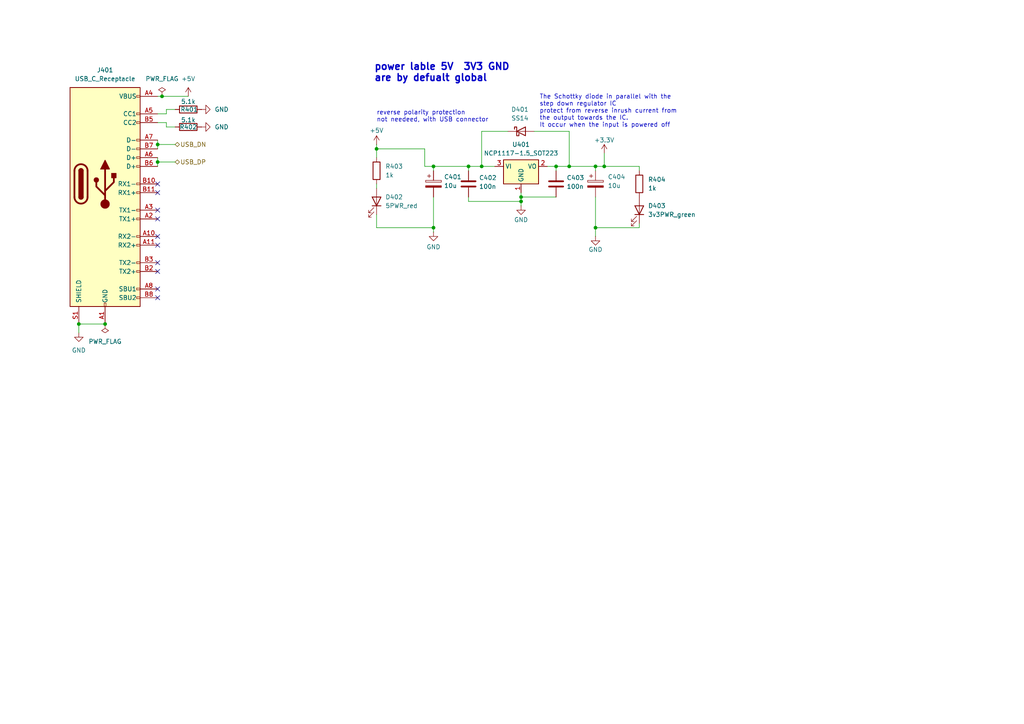
<source format=kicad_sch>
(kicad_sch (version 20250114) (generator "eeschema") (generator_version "9.0")
  (paper "A4")
  (lib_symbols
    (symbol "Connector:USB_C_Receptacle" (pin_names (offset 1.016))
      (property "Reference" "J" (at -10.16 29.21 0))
      (property "Value" "USB_C_Receptacle" (at 10.16 29.21 0))
      (symbol "USB_C_Receptacle_0_0"
        (rectangle (start -0.254 -35.56) (end 0.254 -34.544))
        (rectangle (start 10.16 25.654) (end 9.144 25.146))
        (rectangle (start 10.16 20.574) (end 9.144 20.066))
        (rectangle (start 10.16 18.034) (end 9.144 17.526))
        (rectangle (start 10.16 12.954) (end 9.144 12.446))
        (rectangle (start 10.16 10.414) (end 9.144 9.906))
        (rectangle (start 10.16 7.874) (end 9.144 7.366))
        (rectangle (start 10.16 5.334) (end 9.144 4.826))
        (rectangle (start 10.16 0.254) (end 9.144 -0.254))
        (rectangle (start 10.16 -2.286) (end 9.144 -2.794))
        (rectangle (start 10.16 -7.366) (end 9.144 -7.874))
        (rectangle (start 10.16 -9.906) (end 9.144 -10.414))
        (rectangle (start 10.16 -14.986) (end 9.144 -15.494))
        (rectangle (start 10.16 -17.526) (end 9.144 -18.034))
        (rectangle (start 10.16 -22.606) (end 9.144 -23.114))
        (rectangle (start 10.16 -25.146) (end 9.144 -25.654))
        (rectangle (start 10.16 -30.226) (end 9.144 -30.734))
        (rectangle (start 10.16 -32.766) (end 9.144 -33.274))
      )
      (symbol "USB_C_Receptacle_0_1"
        (rectangle (start -10.16 27.94) (end 10.16 -35.56) (stroke (width 0.254)) (fill (type background)))
        (polyline (pts (xy -8.89 -3.81) (xy -8.89 3.81)) (stroke (width 0.508)))
        (rectangle (start -7.62 -3.81) (end -6.35 3.81) (stroke (width 0.254)) (fill (type outline)))
        (arc (start -7.62 3.81) (mid -6.985 4.4423) (end -6.35 3.81) (stroke (width 0.254)))
        (arc (start -7.62 3.81) (mid -6.985 4.4423) (end -6.35 3.81) (stroke (width 0.254)) (fill (type outline)))
        (arc (start -8.89 3.81) (mid -6.985 5.7067) (end -5.08 3.81) (stroke (width 0.508)))
        (arc (start -5.08 -3.81) (mid -6.985 -5.7067) (end -8.89 -3.81) (stroke (width 0.508)))
        (arc (start -6.35 -3.81) (mid -6.985 -4.4423) (end -7.62 -3.81) (stroke (width 0.254)))
        (arc (start -6.35 -3.81) (mid -6.985 -4.4423) (end -7.62 -3.81) (stroke (width 0.254)) (fill (type outline)))
        (polyline (pts (xy -5.08 3.81) (xy -5.08 -3.81)) (stroke (width 0.508)))
      )
      (symbol "USB_C_Receptacle_1_1"
        (circle (center -2.54 1.143) (radius 0.635) (stroke (width 0.254)) (fill (type outline)))
        (polyline (pts (xy -1.27 4.318) (xy 0 6.858) (xy 1.27 4.318) (xy -1.27 4.318)) (stroke (width 0.254)) (fill (type outline)))
        (polyline (pts (xy 0 -2.032) (xy 2.54 0.508) (xy 2.54 1.778)) (stroke (width 0.508)))
        (polyline (pts (xy 0 -3.302) (xy -2.54 -0.762) (xy -2.54 0.508)) (stroke (width 0.508)))
        (polyline (pts (xy 0 -5.842) (xy 0 4.318)) (stroke (width 0.508)))
        (circle (center 0 -5.842) (radius 1.27) (fill (type outline)))
        (rectangle (start 1.905 1.778) (end 3.175 3.048) (stroke (width 0.254)) (fill (type outline)))
        (pin passive line (at -7.62 -40.64 90) (length 5.08) (name "SHIELD") (number "S1"))
        (pin passive line (at 0 -40.64 90) (length 5.08) (name "GND") (number "A1"))
        (pin passive line (at 0 -40.64 90) (length 5.08) (hide yes) (name "GND") (number "A12"))
        (pin passive line (at 0 -40.64 90) (length 5.08) (hide yes) (name "GND") (number "B1"))
        (pin passive line (at 0 -40.64 90) (length 5.08) (hide yes) (name "GND") (number "B12"))
        (pin passive line (at 15.24 25.4 180) (length 5.08) (name "VBUS") (number "A4"))
        (pin passive line (at 15.24 25.4 180) (length 5.08) (hide yes) (name "VBUS") (number "A9"))
        (pin passive line (at 15.24 25.4 180) (length 5.08) (hide yes) (name "VBUS") (number "B4"))
        (pin passive line (at 15.24 25.4 180) (length 5.08) (hide yes) (name "VBUS") (number "B9"))
        (pin bidirectional line (at 15.24 20.32 180) (length 5.08) (name "CC1") (number "A5"))
        (pin bidirectional line (at 15.24 17.78 180) (length 5.08) (name "CC2") (number "B5"))
        (pin bidirectional line (at 15.24 12.7 180) (length 5.08) (name "D-") (number "A7"))
        (pin bidirectional line (at 15.24 10.16 180) (length 5.08) (name "D-") (number "B7"))
        (pin bidirectional line (at 15.24 7.62 180) (length 5.08) (name "D+") (number "A6"))
        (pin bidirectional line (at 15.24 5.08 180) (length 5.08) (name "D+") (number "B6"))
        (pin bidirectional line (at 15.24 0 180) (length 5.08) (name "RX1-") (number "B10"))
        (pin bidirectional line (at 15.24 -2.54 180) (length 5.08) (name "RX1+") (number "B11"))
        (pin bidirectional line (at 15.24 -7.62 180) (length 5.08) (name "TX1-") (number "A3"))
        (pin bidirectional line (at 15.24 -10.16 180) (length 5.08) (name "TX1+") (number "A2"))
        (pin bidirectional line (at 15.24 -15.24 180) (length 5.08) (name "RX2-") (number "A10"))
        (pin bidirectional line (at 15.24 -17.78 180) (length 5.08) (name "RX2+") (number "A11"))
        (pin bidirectional line (at 15.24 -22.86 180) (length 5.08) (name "TX2-") (number "B3"))
        (pin bidirectional line (at 15.24 -25.4 180) (length 5.08) (name "TX2+") (number "B2"))
        (pin bidirectional line (at 15.24 -30.48 180) (length 5.08) (name "SBU1") (number "A8"))
        (pin bidirectional line (at 15.24 -33.02 180) (length 5.08) (name "SBU2") (number "B8"))
      )
    )
    (symbol "Device:C" (pin_numbers (hide yes)) (pin_names (offset 0.254))
      (property "Reference" "C" (at 0.635 2.54 0))
      (property "Value" "C" (at 0.635 -2.54 0))
      (symbol "C_0_1"
        (polyline (pts (xy -2.032 0.762) (xy 2.032 0.762)) (stroke (width 0.508)))
        (polyline (pts (xy -2.032 -0.762) (xy 2.032 -0.762)) (stroke (width 0.508)))
      )
      (symbol "C_1_1"
        (pin passive line (at 0 3.81 270) (length 2.794) (name "~") (number "1"))
        (pin passive line (at 0 -3.81 90) (length 2.794) (name "~") (number "2"))
      )
    )
    (symbol "Device:C_Polarized" (pin_numbers (hide yes)) (pin_names (offset 0.254))
      (property "Reference" "C" (at 0.635 2.54 0))
      (property "Value" "C_Polarized" (at 0.635 -2.54 0))
      (symbol "C_Polarized_0_1"
        (rectangle (start -2.286 0.508) (end 2.286 1.016))
        (polyline (pts (xy -1.778 2.286) (xy -0.762 2.286)))
        (polyline (pts (xy -1.27 2.794) (xy -1.27 1.778)))
        (rectangle (start 2.286 -0.508) (end -2.286 -1.016) (fill (type outline)))
      )
      (symbol "C_Polarized_1_1"
        (pin passive line (at 0 3.81 270) (length 2.794) (name "~") (number "1"))
        (pin passive line (at 0 -3.81 90) (length 2.794) (name "~") (number "2"))
      )
    )
    (symbol "Device:LED" (pin_numbers (hide yes)) (pin_names (offset 1.016) (hide yes))
      (property "Reference" "D" (at 0 2.54 0))
      (property "Value" "LED" (at 0 -2.54 0))
      (symbol "LED_0_1"
        (polyline (pts (xy -3.048 -0.762) (xy -4.572 -2.286) (xy -3.81 -2.286) (xy -4.572 -2.286) (xy -4.572 -1.524)))
        (polyline (pts (xy -1.778 -0.762) (xy -3.302 -2.286) (xy -2.54 -2.286) (xy -3.302 -2.286) (xy -3.302 -1.524)))
        (polyline (pts (xy -1.27 0) (xy 1.27 0)))
        (polyline (pts (xy -1.27 -1.27) (xy -1.27 1.27)) (stroke (width 0.254)))
        (polyline (pts (xy 1.27 -1.27) (xy 1.27 1.27) (xy -1.27 0) (xy 1.27 -1.27)) (stroke (width 0.254)))
      )
      (symbol "LED_1_1"
        (pin passive line (at -3.81 0 0) (length 2.54) (name "K") (number "1"))
        (pin passive line (at 3.81 0 180) (length 2.54) (name "A") (number "2"))
      )
    )
    (symbol "Device:R" (pin_numbers (hide yes)) (pin_names (offset 0))
      (property "Reference" "R" (at 2.032 0 90))
      (property "Value" "R" (at 0 0 90))
      (symbol "R_0_1"
        (rectangle (start -1.016 -2.54) (end 1.016 2.54) (stroke (width 0.254)))
      )
      (symbol "R_1_1"
        (pin passive line (at 0 3.81 270) (length 1.27) (name "~") (number "1"))
        (pin passive line (at 0 -3.81 90) (length 1.27) (name "~") (number "2"))
      )
    )
    (symbol "Diode:SS14" (pin_numbers (hide yes)) (pin_names (offset 1.016) (hide yes))
      (property "Reference" "D" (at 0 2.54 0))
      (property "Value" "SS14" (at 0 -2.54 0))
      (symbol "SS14_0_1"
        (polyline (pts (xy -1.905 0.635) (xy -1.905 1.27) (xy -1.27 1.27) (xy -1.27 -1.27) (xy -0.635 -1.27) (xy -0.635 -0.635)) (stroke (width 0.254)))
        (polyline (pts (xy 1.27 1.27) (xy 1.27 -1.27) (xy -1.27 0) (xy 1.27 1.27)) (stroke (width 0.254)))
        (polyline (pts (xy 1.27 0) (xy -1.27 0)))
      )
      (symbol "SS14_1_1"
        (pin passive line (at -3.81 0 0) (length 2.54) (name "K") (number "1"))
        (pin passive line (at 3.81 0 180) (length 2.54) (name "A") (number "2"))
      )
    )
    (symbol "Regulator_Linear:NCP1117-1.5_SOT223"
      (property "Reference" "U" (at -3.81 3.175 0))
      (property "Value" "NCP1117-1.5_SOT223" (at 0 3.175 0))
      (symbol "NCP1117-1.5_SOT223_0_1"
        (rectangle (start -5.08 -5.08) (end 5.08 1.905) (stroke (width 0.254)) (fill (type background)))
      )
      (symbol "NCP1117-1.5_SOT223_1_1"
        (pin power_in line (at -7.62 0 0) (length 2.54) (name "VI") (number "3"))
        (pin power_in line (at 0 -7.62 90) (length 2.54) (name "GND") (number "1"))
        (pin power_out line (at 7.62 0 180) (length 2.54) (name "VO") (number "2"))
      )
    )
    (symbol "power:+3.3V" (power) (pin_numbers (hide yes)) (pin_names (offset 0) (hide yes))
      (property "Value" "+3.3V" (at 0 3.556 0))
      (symbol "+3.3V_0_1"
        (polyline (pts (xy -0.762 1.27) (xy 0 2.54)))
        (polyline (pts (xy 0 2.54) (xy 0.762 1.27)))
        (polyline (pts (xy 0 0) (xy 0 2.54)))
      )
      (symbol "+3.3V_1_1"
        (pin power_in line (at 0 0 90) (length 0) (name "~") (number "1"))
      )
    )
    (symbol "power:+5V" (power) (pin_numbers (hide yes)) (pin_names (offset 0) (hide yes))
      (property "Value" "+5V" (at 0 3.556 0))
      (symbol "+5V_0_1"
        (polyline (pts (xy -0.762 1.27) (xy 0 2.54)))
        (polyline (pts (xy 0 2.54) (xy 0.762 1.27)))
        (polyline (pts (xy 0 0) (xy 0 2.54)))
      )
      (symbol "+5V_1_1"
        (pin power_in line (at 0 0 90) (length 0) (name "~") (number "1"))
      )
    )
    (symbol "power:GND" (power) (pin_numbers (hide yes)) (pin_names (offset 0) (hide yes))
      (property "Value" "GND" (at 0 -3.81 0))
      (symbol "GND_0_1"
        (polyline (pts (xy 0 0) (xy 0 -1.27) (xy 1.27 -1.27) (xy 0 -2.54) (xy -1.27 -1.27) (xy 0 -1.27)))
      )
      (symbol "GND_1_1"
        (pin power_in line (at 0 0 270) (length 0) (name "~") (number "1"))
      )
    )
    (symbol "power:PWR_FLAG" (power) (pin_numbers (hide yes)) (pin_names (offset 0) (hide yes))
      (property "Value" "PWR_FLAG" (at 0 3.81 0))
      (symbol "PWR_FLAG_0_0"
        (pin power_out line (at 0 0 90) (length 0) (name "~") (number "1"))
      )
      (symbol "PWR_FLAG_0_1"
        (polyline (pts (xy 0 0) (xy 0 1.27) (xy -1.016 1.905) (xy 0 2.54) (xy 1.016 1.905) (xy 0 1.27)))
      )
    )
  )
  (text "reverse polarity protection\nnot needeed, with USB connector" (at 109.22 33.782 0) (effects (font (size 1.27 1.27)) (justify left)))
  (text "power lable 5V  3V3 GND\nare by defualt global" (at 108.458 21.082 0) (effects (font (size 2 2) (thickness 0.4) (bold yes)) (justify left)))
  (text "The Schottky diode in parallel with the\nstep down regulator IC\nprotect from reverse inrush current from\nthe output towards the IC.\nIt occur when the input is powered off" (at 156.464 32.258 0) (effects (font (size 1.27 1.27)) (justify left)))
  (junction (at 135.89 48.26))
  (junction (at 46.99 27.94))
  (junction (at 125.73 66.04))
  (junction (at 30.48 93.98))
  (junction (at 109.22 43.18))
  (junction (at 161.29 48.26))
  (junction (at 22.86 93.98))
  (junction (at 45.72 41.91))
  (junction (at 125.73 48.26))
  (junction (at 172.72 48.26))
  (junction (at 45.72 46.99))
  (junction (at 151.13 57.15))
  (junction (at 165.1 48.26))
  (junction (at 151.13 58.42))
  (junction (at 139.7 48.26))
  (junction (at 172.72 66.04))
  (junction (at 175.26 48.26))
  (no_connect (at 45.72 76.2))
  (no_connect (at 45.72 78.74))
  (no_connect (at 45.72 63.5))
  (no_connect (at 45.72 55.88))
  (no_connect (at 45.72 71.12))
  (no_connect (at 45.72 68.58))
  (no_connect (at 45.72 53.34))
  (no_connect (at 45.72 86.36))
  (no_connect (at 45.72 83.82))
  (no_connect (at 45.72 60.96))
  (wire (pts (xy 45.72 35.56) (xy 48.26 35.56)))
  (wire (pts (xy 147.32 38.1) (xy 139.7 38.1)))
  (wire (pts (xy 109.22 53.34) (xy 109.22 54.61)))
  (wire (pts (xy 46.99 27.94) (xy 45.72 27.94)))
  (wire (pts (xy 125.73 49.53) (xy 125.73 48.26)))
  (wire (pts (xy 165.1 38.1) (xy 165.1 48.26)))
  (wire (pts (xy 172.72 48.26) (xy 175.26 48.26)))
  (wire (pts (xy 109.22 41.91) (xy 109.22 43.18)))
  (wire (pts (xy 172.72 66.04) (xy 185.42 66.04)))
  (wire (pts (xy 139.7 48.26) (xy 143.51 48.26)))
  (wire (pts (xy 123.19 48.26) (xy 125.73 48.26)))
  (wire (pts (xy 135.89 58.42) (xy 151.13 58.42)))
  (wire (pts (xy 154.94 38.1) (xy 165.1 38.1)))
  (wire (pts (xy 109.22 62.23) (xy 109.22 66.04)))
  (wire (pts (xy 175.26 44.45) (xy 175.26 48.26)))
  (wire (pts (xy 185.42 66.04) (xy 185.42 64.77)))
  (wire (pts (xy 172.72 66.04) (xy 172.72 68.58)))
  (wire (pts (xy 165.1 48.26) (xy 172.72 48.26)))
  (wire (pts (xy 135.89 48.26) (xy 139.7 48.26)))
  (wire (pts (xy 123.19 43.18) (xy 123.19 48.26)))
  (wire (pts (xy 151.13 58.42) (xy 151.13 59.69)))
  (wire (pts (xy 185.42 48.26) (xy 185.42 49.53)))
  (wire (pts (xy 125.73 57.15) (xy 125.73 66.04)))
  (wire (pts (xy 125.73 66.04) (xy 125.73 67.31)))
  (wire (pts (xy 139.7 38.1) (xy 139.7 48.26)))
  (wire (pts (xy 172.72 49.53) (xy 172.72 48.26)))
  (wire (pts (xy 22.86 93.98) (xy 30.48 93.98)))
  (wire (pts (xy 151.13 57.15) (xy 161.29 57.15)))
  (wire (pts (xy 46.99 27.94) (xy 54.61 27.94)))
  (wire (pts (xy 45.72 43.18) (xy 45.72 41.91)))
  (wire (pts (xy 151.13 57.15) (xy 151.13 58.42)))
  (wire (pts (xy 48.26 35.56) (xy 48.26 36.83)))
  (wire (pts (xy 48.26 36.83) (xy 50.8 36.83)))
  (wire (pts (xy 22.86 93.98) (xy 22.86 96.52)))
  (wire (pts (xy 45.72 40.64) (xy 45.72 41.91)))
  (wire (pts (xy 151.13 55.88) (xy 151.13 57.15)))
  (wire (pts (xy 45.72 46.99) (xy 45.72 48.26)))
  (wire (pts (xy 45.72 41.91) (xy 50.8 41.91)))
  (wire (pts (xy 109.22 45.72) (xy 109.22 43.18)))
  (wire (pts (xy 45.72 33.02) (xy 48.26 33.02)))
  (wire (pts (xy 158.75 48.26) (xy 161.29 48.26)))
  (wire (pts (xy 161.29 49.53) (xy 161.29 48.26)))
  (wire (pts (xy 48.26 33.02) (xy 48.26 31.75)))
  (wire (pts (xy 135.89 57.15) (xy 135.89 58.42)))
  (wire (pts (xy 175.26 48.26) (xy 185.42 48.26)))
  (wire (pts (xy 48.26 31.75) (xy 50.8 31.75)))
  (wire (pts (xy 172.72 57.15) (xy 172.72 66.04)))
  (wire (pts (xy 45.72 46.99) (xy 45.72 45.72)))
  (wire (pts (xy 109.22 43.18) (xy 123.19 43.18)))
  (wire (pts (xy 125.73 48.26) (xy 135.89 48.26)))
  (wire (pts (xy 135.89 49.53) (xy 135.89 48.26)))
  (wire (pts (xy 45.72 46.99) (xy 50.8 46.99)))
  (wire (pts (xy 109.22 66.04) (xy 125.73 66.04)))
  (wire (pts (xy 161.29 48.26) (xy 165.1 48.26)))
  (hierarchical_label "USB_DN" (shape bidirectional) (at 50.8 41.91 0))
  (hierarchical_label "USB_DP" (shape bidirectional) (at 50.8 46.99 0))
  (symbol (lib_id "power:+3.3V") (at 175.26 44.45 0) (unit 1)
    (property "Reference" "#PWR0405" (effects (hide yes)))
    (property "Value" "+3.3V" (at 175.26 40.64 0))
    (property "Description" "Power symbol creates a global label with name \"+3.3V\"" (effects (hide yes)))
  )
  (symbol (lib_id "power:+5V") (at 54.61 27.94 0) (unit 1)
    (property "Reference" "#PWR0401" (effects (hide yes)))
    (property "Value" "+5V" (at 54.61 22.86 0))
    (property "Description" "Power symbol creates a global label with name \"+5V\"" (effects (hide yes)))
  )
  (symbol (lib_id "Device:R") (at 54.61 36.83 90) (unit 1)
    (property "Reference" "R402" (at 54.61 36.83 90))
    (property "Value" "5.1k" (at 54.61 34.798 90))
    (property "Footprint" "Resistor_SMD:R_0603_1608Metric" (effects (hide yes)))
    (property "Description" "Resistor" (effects (hide yes)))
  )
  (symbol (lib_id "power:GND") (at 172.72 68.58 0) (unit 1)
    (property "Reference" "#PWR0408" (effects (hide yes)))
    (property "Value" "GND" (at 172.72 72.39 0))
    (property "Description" "Power symbol creates a global label with name \"GND\" , ground" (effects (hide yes)))
  )
  (symbol (lib_id "Device:C") (at 161.29 53.34 0) (unit 1)
    (property "Reference" "C403" (at 164.338 51.562 0) (effects (justify left)))
    (property "Value" "100n" (at 164.338 54.102 0) (effects (justify left)))
    (property "Footprint" "Capacitor_SMD:C_0805_2012Metric" (effects (hide yes)))
    (property "Description" "Unpolarized capacitor" (effects (hide yes)))
    (property "MFR" "CL21B104KBCNNNC" (effects (hide yes)))
    (property "JLCPCB" "C1711" (effects (hide yes)))
  )
  (symbol (lib_id "Device:R") (at 185.42 53.34 0) (unit 1)
    (property "Reference" "R404" (at 187.96 52.0699 0) (effects (justify left)))
    (property "Value" "1k" (at 187.96 54.6099 0) (effects (justify left)))
    (property "Footprint" "Resistor_SMD:R_0603_1608Metric" (effects (hide yes)))
  )
  (symbol (lib_id "Device:C_Polarized") (at 172.72 53.34 0) (unit 1)
    (property "Reference" "C404" (at 176.276 51.308 0) (effects (justify left)))
    (property "Value" "10u" (at 176.276 53.848 0) (effects (justify left)))
    (property "Footprint" "Capacitor_SMD:CP_Elec_5x5.4" (effects (hide yes)))
    (property "Description" "Polarized capacitor" (effects (hide yes)))
    (property "MFR" "RVT1V100M0505" (effects (hide yes)))
    (property "JLCPCB" "C72486" (effects (hide yes)))
  )
  (symbol (lib_id "Device:R") (at 54.61 31.75 90) (unit 1)
    (property "Reference" "R401" (at 54.864 31.75 90))
    (property "Value" "5.1k" (at 54.61 29.464 90))
    (property "Footprint" "Resistor_SMD:R_0603_1608Metric" (effects (hide yes)))
    (property "Description" "Resistor" (effects (hide yes)))
  )
  (symbol (lib_id "Device:LED") (at 185.42 60.96 270) (mirror x) (unit 1)
    (property "Reference" "D403" (at 187.96 59.69 90) (effects (justify left)))
    (property "Value" "3v3PWR_green" (at 187.96 62.23 90) (effects (justify left)))
    (property "Footprint" "LED_SMD:LED_0603_1608Metric" (effects (hide yes)))
  )
  (symbol (lib_id "Diode:SS14") (at 151.13 38.1 0) (unit 1)
    (property "Reference" "D401" (at 150.8125 31.75 0))
    (property "Value" "SS14" (at 150.8125 34.29 0))
    (property "Footprint" "Diode_THT:D_DO-41_SOD81_P10.16mm_Horizontal" (effects (hide yes)))
    (property "Datasheet" "https://www.vishay.com/docs/88746/ss12.pdf" (effects (hide yes)))
    (property "Description" "40V 1A Schottky Diode, SMA" (effects (hide yes)))
  )
  (symbol (lib_id "Device:R") (at 109.22 49.53 0) (unit 1)
    (property "Reference" "R403" (at 111.76 48.2599 0) (effects (justify left)))
    (property "Value" "1k" (at 111.76 50.7999 0) (effects (justify left)))
    (property "Footprint" "Resistor_SMD:R_0603_1608Metric" (effects (hide yes)))
  )
  (symbol (lib_id "Device:C") (at 135.89 53.34 0) (unit 1)
    (property "Reference" "C402" (at 138.938 51.562 0) (effects (justify left)))
    (property "Value" "100n" (at 138.938 54.102 0) (effects (justify left)))
    (property "Footprint" "Capacitor_SMD:C_0805_2012Metric" (effects (hide yes)))
    (property "Description" "Unpolarized capacitor" (effects (hide yes)))
    (property "MFR" "CL21B104KBCNNNC" (effects (hide yes)))
    (property "JLCPCB" "C1711" (effects (hide yes)))
  )
  (symbol (lib_id "power:GND") (at 58.42 31.75 90) (unit 1)
    (property "Reference" "#PWR0402" (effects (hide yes)))
    (property "Value" "GND" (at 62.23 31.7499 90) (effects (justify right)))
    (property "Description" "Power symbol creates a global label with name \"GND\" , ground" (effects (hide yes)))
  )
  (symbol (lib_id "power:GND") (at 58.42 36.83 90) (unit 1)
    (property "Reference" "#PWR0403" (effects (hide yes)))
    (property "Value" "GND" (at 62.23 36.8299 90) (effects (justify right)))
    (property "Description" "Power symbol creates a global label with name \"GND\" , ground" (effects (hide yes)))
  )
  (symbol (lib_id "Device:LED") (at 109.22 58.42 270) (mirror x) (unit 1)
    (property "Reference" "D402" (at 111.76 57.15 90) (effects (justify left)))
    (property "Value" "5PWR_red" (at 111.76 59.69 90) (effects (justify left)))
    (property "Footprint" "LED_SMD:LED_0603_1608Metric" (effects (hide yes)))
  )
  (symbol (lib_id "power:+5V") (at 109.22 41.91 0) (unit 1)
    (property "Reference" "#PWR0404" (effects (hide yes)))
    (property "Value" "+5V" (at 109.22 37.846 0))
    (property "Description" "Power symbol creates a global label with name \"+5V\"" (effects (hide yes)))
  )
  (symbol (lib_id "power:PWR_FLAG") (at 46.99 27.94 0) (unit 1)
    (property "Reference" "#FLG0401" (effects (hide yes)))
    (property "Value" "PWR_FLAG" (at 46.99 22.86 0))
    (property "Description" "Special symbol for telling ERC where power comes from" (effects (hide yes)))
  )
  (symbol (lib_id "power:GND") (at 125.73 67.31 0) (unit 1)
    (property "Reference" "#PWR0407" (effects (hide yes)))
    (property "Value" "GND" (at 125.73 71.628 0))
    (property "Description" "Power symbol creates a global label with name \"GND\" , ground" (effects (hide yes)))
  )
  (symbol (lib_id "Device:C_Polarized") (at 125.73 53.34 0) (unit 1)
    (property "Reference" "C401" (at 128.778 51.308 0) (effects (justify left)))
    (property "Value" "10u" (at 128.778 53.848 0) (effects (justify left)))
    (property "Footprint" "Capacitor_SMD:CP_Elec_5x5.4" (effects (hide yes)))
    (property "Description" "Polarized capacitor" (effects (hide yes)))
    (property "MFR" "RVT1V100M0505" (effects (hide yes)))
    (property "JLCPCB" "C72486" (effects (hide yes)))
  )
  (symbol (lib_id "Connector:USB_C_Receptacle") (at 30.48 53.34 0) (unit 1)
    (property "Reference" "J401" (at 30.48 20.32 0))
    (property "Value" "USB_C_Receptacle" (at 30.48 22.86 0))
    (property "Footprint" "Connector_USB:USB_C_Receptacle_GCT_USB4110" (effects (hide yes)))
    (property "Datasheet" "https://www.usb.org/sites/default/files/documents/usb_type-c.zip" (effects (hide yes)))
    (property "Description" "USB Full-Featured Type-C Receptacle connector" (effects (hide yes)))
  )
  (symbol (lib_id "power:GND") (at 151.13 59.69 0) (unit 1)
    (property "Reference" "#PWR0406" (effects (hide yes)))
    (property "Value" "GND" (at 151.13 63.754 0))
    (property "Description" "Power symbol creates a global label with name \"GND\" , ground" (effects (hide yes)))
  )
  (symbol (lib_id "power:PWR_FLAG") (at 30.48 93.98 180) (unit 1)
    (property "Reference" "#FLG0402" (effects (hide yes)))
    (property "Value" "PWR_FLAG" (at 30.48 99.06 0))
    (property "Description" "Special symbol for telling ERC where power comes from" (effects (hide yes)))
  )
  (symbol (lib_id "power:GND") (at 22.86 96.52 0) (unit 1)
    (property "Reference" "#PWR0409" (effects (hide yes)))
    (property "Value" "GND" (at 22.86 101.6 0))
    (property "Description" "Power symbol creates a global label with name \"GND\" , ground" (effects (hide yes)))
  )
  (symbol (lib_id "Regulator_Linear:NCP1117-1.5_SOT223") (at 151.13 48.26 0) (unit 1)
    (property "Reference" "U401" (at 151.13 41.91 0))
    (property "Value" "NCP1117-1.5_SOT223" (at 151.13 44.45 0))
    (property "Footprint" "Package_TO_SOT_SMD:SOT-223-3_TabPin2" (effects (hide yes)))
    (property "Datasheet" "http://www.onsemi.com/pub_link/Collateral/NCP1117-D.PDF" (effects (hide yes)))
    (property "Description" "1A Low drop-out regulator, Fixed Output 1.5V, SOT-223" (effects (hide yes)))
  )
)
</source>
